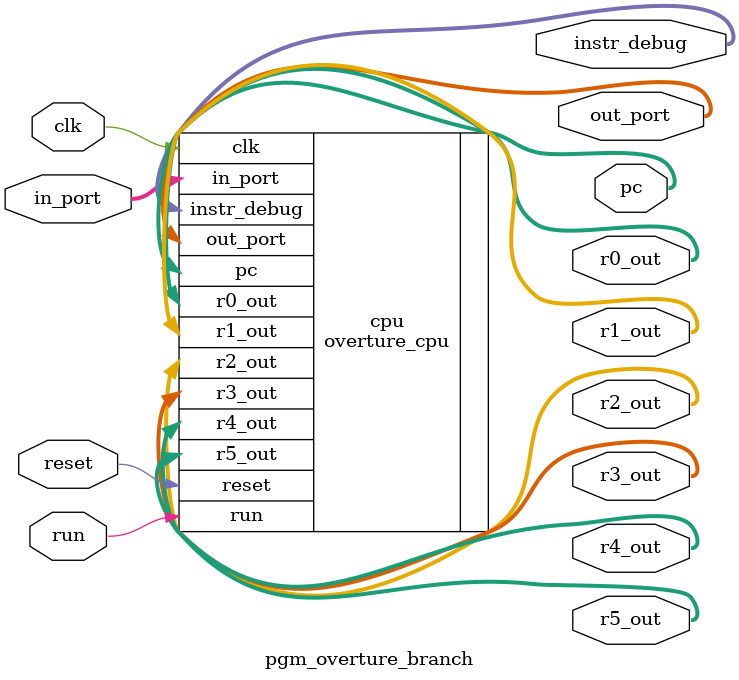
<source format=sv>
module pgm_overture_branch (
    input        clk,
    input        reset,
    input        run,
    input  [7:0] in_port,
    output [7:0] pc,
    output [7:0] out_port,
    output [7:0] instr_debug,
    output [7:0] r0_out,
    output [7:0] r1_out,
    output [7:0] r2_out,
    output [7:0] r3_out,
    output [7:0] r4_out,
    output [7:0] r5_out
);

    // Program wrapper for overture_branch.txt.
    overture_cpu cpu (
        .clk(clk),
        .reset(reset),
        .run(run),
        .in_port(in_port),
        .pc(pc),
        .out_port(out_port),
        .instr_debug(instr_debug),
        .r0_out(r0_out),
        .r1_out(r1_out),
        .r2_out(r2_out),
        .r3_out(r3_out),
        .r4_out(r4_out),
        .r5_out(r5_out)
    );

endmodule

</source>
